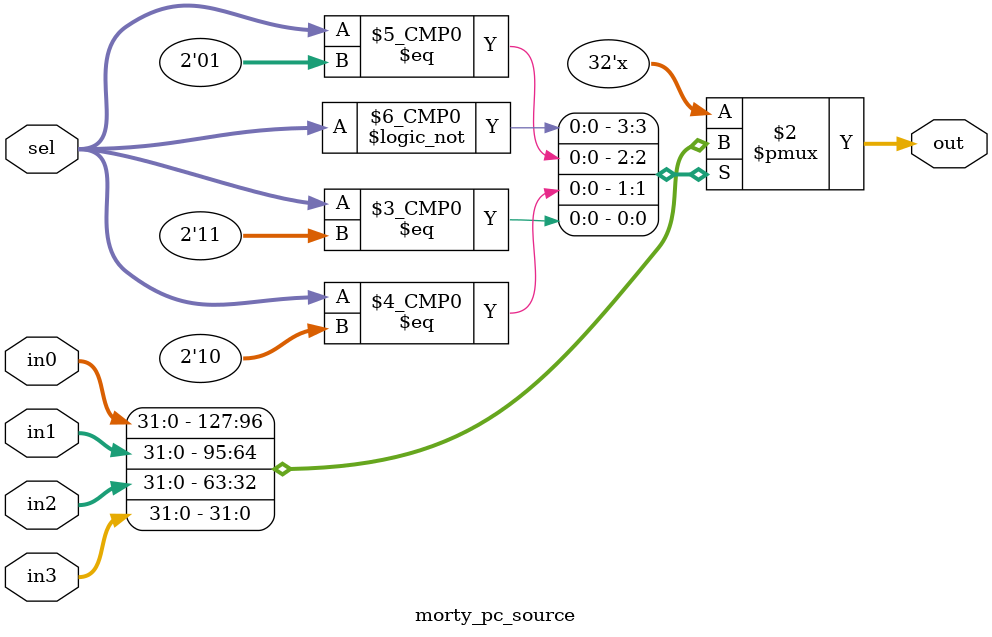
<source format=v>

module morty_pc_source (
		  input 	[31:0] 	in0,
		  input 	[31:0] 	in1,
		  input 	[31:0] 	in2,
		  input 	[31:0] 	in3,
		  input 	[1:0]  	sel,
		  output reg 	[31:0] 	out );

	always @(*) begin
		case(sel)
			2'b00: out = in0;
			2'b01: out = in1;
			2'b10: out = in2;
			2'b11: out = in3;
		endcase
	end 
  endmodule

</source>
